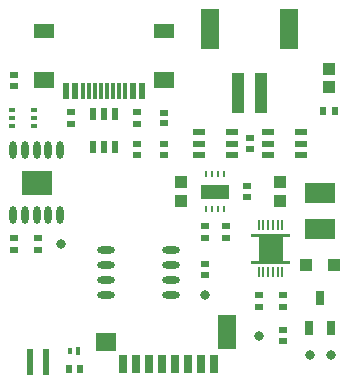
<source format=gtp>
G04 Layer: TopPasteMaskLayer*
G04 Panelize: , Column: 3, Row: 3, Board Size: 35.56mm x 35.56mm, Panelized Board Size: 110.68mm x 110.68mm*
G04 EasyEDA v6.5.39, 2024-01-10 02:32:58*
G04 c879e6b8726d4e35908b0b4345eef0b3,3d9c8b04885e45b7839bd8e85c0fd600,10*
G04 Gerber Generator version 0.2*
G04 Scale: 100 percent, Rotated: No, Reflected: No *
G04 Dimensions in millimeters *
G04 leading zeros omitted , absolute positions ,4 integer and 5 decimal *
%FSLAX45Y45*%
%MOMM*%

%AMMACRO1*4,1,6,0.205,-0.3,0.205,0.3,-0.125,0.3,-0.205,0.1999,-0.205,-0.3,0.205,-0.3,0.205,-0.3,0*%
%AMMACRO2*4,1,12,-1.651,1.27,1.651,1.27,1.651,1.016,1.016,1.016,1.016,-1.016,1.651,-1.016,1.651,-1.27,-1.651,-1.27,-1.651,-1.016,-1.016,-1.016,-1.016,1.016,-1.651,1.016,-1.651,1.27,0*%
%ADD10R,0.8000X0.5000*%
%ADD11R,0.5500X1.0000*%
%ADD12R,0.4000X0.5999*%
%ADD13MACRO1*%
%ADD14R,0.6000X0.4200*%
%ADD15R,0.5000X0.8000*%
%ADD16C,0.8000*%
%ADD17O,0.5999988X1.499997*%
%ADD18R,2.5000X2.0000*%
%ADD19R,0.2000X0.8500*%
%ADD20MACRO2*%
%ADD21R,1.1000X1.0000*%
%ADD22R,2.6000X1.8000*%
%ADD23R,1.0000X0.5500*%
%ADD24R,1.0000X1.0000*%
%ADD25R,0.7000X1.2500*%
%ADD26O,1.499997X0.5999988*%
%ADD27R,2.4000X1.2700*%
%ADD28R,0.2500X0.6300*%
%ADD29R,0.6000X1.4500*%
%ADD30R,0.3000X1.4500*%
%ADD31R,1.8000X1.4500*%
%ADD32R,1.8000X1.2000*%
%ADD33R,1.0000X3.5000*%
%ADD34R,1.5000X3.5000*%
%ADD35R,0.6000X2.3000*%
%ADD36R,0.8000X1.6000*%
%ADD37R,1.8000X1.5000*%
%ADD38R,1.5000X3.0000*%

%LPD*%
D10*
G01*
X-63601Y557961D03*
G01*
X-63601Y457962D03*
G01*
X-292201Y457962D03*
G01*
X-292201Y557961D03*
G01*
X-1333525Y-342087D03*
G01*
X-1333525Y-242087D03*
G01*
X-1130325Y-342087D03*
G01*
X-1130325Y-242087D03*
G01*
X279349Y-458012D03*
G01*
X279349Y-558012D03*
D11*
G01*
X-666470Y812800D03*
G01*
X-571474Y812800D03*
G01*
X-476478Y812800D03*
G01*
X-476478Y532790D03*
G01*
X-571474Y532790D03*
G01*
X-666470Y532790D03*
D12*
G01*
X-858088Y-1193774D03*
D13*
G01*
X-793089Y-1193774D03*
D14*
G01*
X-1162304Y839673D03*
G01*
X-1162304Y774674D03*
G01*
X-1162304Y709676D03*
G01*
X-1352295Y709676D03*
G01*
X-1352295Y774674D03*
G01*
X-1352295Y839673D03*
D10*
G01*
X-1333500Y1142212D03*
G01*
X-1333500Y1042212D03*
G01*
X-292201Y724662D03*
G01*
X-292201Y824661D03*
G01*
X-851001Y724662D03*
G01*
X-851001Y824661D03*
D15*
G01*
X-871804Y-1346225D03*
G01*
X-771804Y-1346225D03*
D16*
G01*
X1168400Y-1231900D03*
G01*
X1346200Y-1231900D03*
G01*
X736600Y-1066800D03*
G01*
X-939800Y-292100D03*
G01*
X279400Y-723900D03*
D17*
G01*
X-943000Y503580D03*
G01*
X-1043000Y503580D03*
G01*
X-1143000Y503580D03*
G01*
X-1242999Y503580D03*
G01*
X-1342999Y503580D03*
G01*
X-1342999Y-46405D03*
G01*
X-1242999Y-46405D03*
G01*
X-1143000Y-46405D03*
G01*
X-1043000Y-46405D03*
G01*
X-943000Y-46405D03*
D18*
G01*
X-1143000Y228600D03*
D10*
G01*
X-63500Y819683D03*
G01*
X-63500Y729691D03*
D19*
G01*
X738225Y-132664D03*
G01*
X778230Y-132664D03*
G01*
X818235Y-132664D03*
G01*
X858240Y-132664D03*
G01*
X898220Y-132664D03*
G01*
X938225Y-132664D03*
G01*
X938225Y-527659D03*
G01*
X898220Y-527659D03*
G01*
X858215Y-527659D03*
G01*
X818235Y-527659D03*
G01*
X778230Y-527659D03*
G01*
X738225Y-527659D03*
D20*
G01*
X838250Y-330174D03*
D21*
G01*
X76200Y72389D03*
G01*
X76200Y232384D03*
D22*
G01*
X1257300Y137413D03*
G01*
X1257300Y-162813D03*
D10*
G01*
X279374Y-240487D03*
G01*
X279374Y-140487D03*
G01*
X634974Y102412D03*
G01*
X634974Y202412D03*
D15*
G01*
X1283462Y838200D03*
G01*
X1383461Y838200D03*
D10*
G01*
X736574Y-824687D03*
G01*
X736574Y-724687D03*
D23*
G01*
X228295Y463804D03*
G01*
X228295Y558800D03*
G01*
X228295Y653795D03*
G01*
X508304Y653795D03*
G01*
X508304Y558800D03*
G01*
X508304Y463804D03*
D21*
G01*
X1333576Y1033779D03*
G01*
X1333576Y1193774D03*
D10*
G01*
X660298Y508762D03*
G01*
X660298Y608761D03*
G01*
X457098Y-140538D03*
G01*
X457098Y-240537D03*
D21*
G01*
X914476Y72389D03*
G01*
X914476Y232384D03*
D24*
G01*
X1137310Y-469900D03*
G01*
X1377289Y-469900D03*
D25*
G01*
X1162304Y-1001268D03*
G01*
X1352295Y-1001268D03*
G01*
X1257300Y-751331D03*
D10*
G01*
X939800Y-1116812D03*
G01*
X939800Y-1016812D03*
D26*
G01*
X-553389Y-342900D03*
G01*
X-553389Y-469900D03*
G01*
X-553389Y-596900D03*
G01*
X-553389Y-723900D03*
G01*
X-5410Y-342900D03*
G01*
X-5410Y-469900D03*
G01*
X-5410Y-596900D03*
G01*
X-5410Y-723900D03*
D23*
G01*
X812495Y463804D03*
G01*
X812495Y558800D03*
G01*
X812495Y653795D03*
G01*
X1092504Y653795D03*
G01*
X1092504Y558800D03*
G01*
X1092504Y463804D03*
D27*
G01*
X368223Y152450D03*
D28*
G01*
X293217Y297459D03*
G01*
X343230Y297459D03*
G01*
X393217Y297459D03*
G01*
X443229Y297459D03*
G01*
X443229Y7467D03*
G01*
X393217Y7467D03*
G01*
X343230Y7467D03*
G01*
X293217Y7467D03*
D10*
G01*
X939800Y-824687D03*
G01*
X939800Y-724687D03*
D29*
G01*
X-248996Y1002537D03*
G01*
X-326491Y1002537D03*
D30*
G01*
X-396494Y1002537D03*
G01*
X-446506Y1002563D03*
G01*
X-496493Y1002537D03*
G01*
X-546506Y1002537D03*
G01*
X-596493Y1002537D03*
G01*
X-646506Y1002537D03*
G01*
X-696493Y1002537D03*
G01*
X-746505Y1002537D03*
D29*
G01*
X-816508Y1002537D03*
G01*
X-893495Y1002537D03*
D31*
G01*
X-64490Y1094054D03*
G01*
X-1078509Y1094054D03*
D32*
G01*
X-64490Y1512036D03*
G01*
X-1078509Y1512036D03*
D33*
G01*
X760399Y989787D03*
G01*
X560400Y989787D03*
D34*
G01*
X995400Y1524787D03*
G01*
X325399Y1524787D03*
D35*
G01*
X-1060297Y-1292809D03*
G01*
X-1200302Y-1292809D03*
D36*
G01*
X-410387Y-1304289D03*
G01*
X-300405Y-1304315D03*
G01*
X-190398Y-1304289D03*
G01*
X-80390Y-1304315D03*
G01*
X29590Y-1304289D03*
G01*
X139598Y-1304289D03*
G01*
X249605Y-1304289D03*
G01*
X359613Y-1304315D03*
D37*
G01*
X-553389Y-1118311D03*
D38*
G01*
X469595Y-1034313D03*
M02*

</source>
